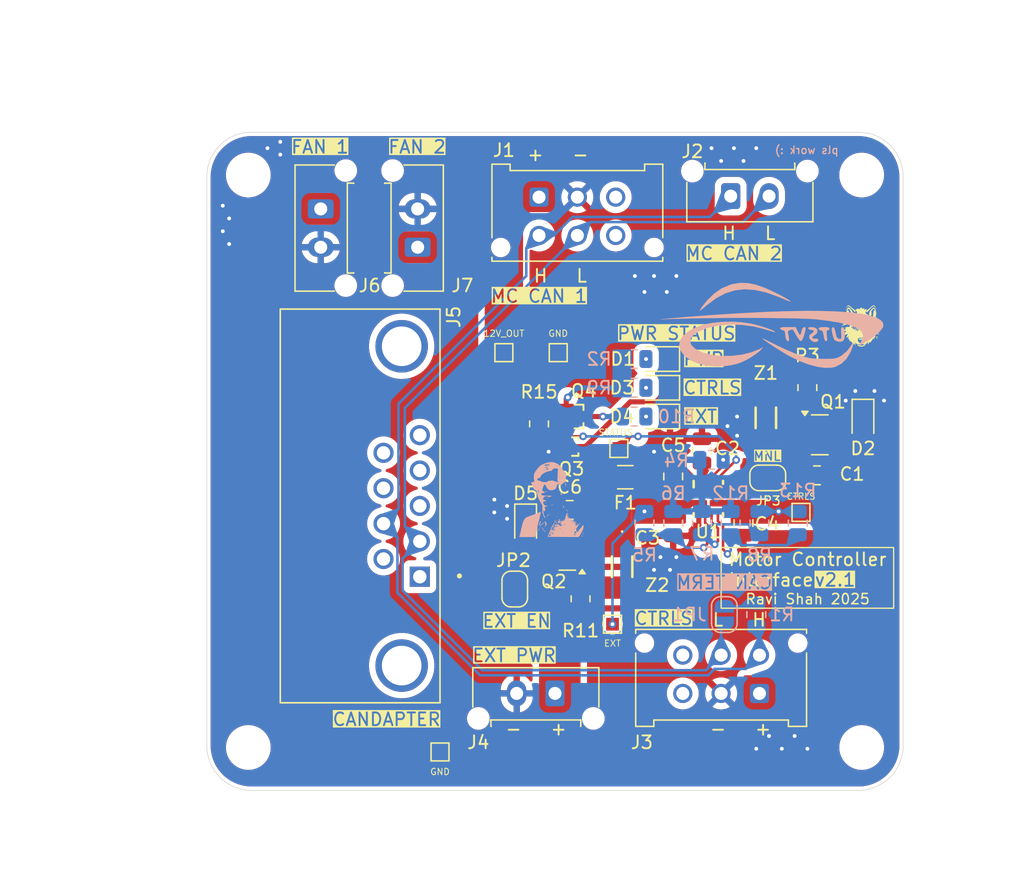
<source format=kicad_pcb>
(kicad_pcb (version 20241229) (generator "pcbnew") (generator_version "9.0")
  (layers (0 "F.Cu" signal) (2 "B.Cu" signal) (13 "F.Paste" user) (15 "B.Paste" user) (5 "F.SilkS" user "F.Silkscreen") (7 "B.SilkS" user "B.Silkscreen") (1 "F.Mask" user) (3 "B.Mask" user) (25 "Edge.Cuts" user))
  (net 0 "")
  (net 1 "+12V")
  (net 3 "/CAN_L")
  (net 5 "/CAN_H")
  (net 6 "GND")
  (net 7 "Net-(D1-A)")
  (net 8 "Net-(JP1-A)")
  (net 9 "/PowerDist/CSS")
  (net 10 "Net-(Q1-G)")
  (net 11 "/+12V_EXT")
  (net 12 "/+12V_CTRLS")
  (net 13 "/PowerDist/+12V_EXT_PROT")
  (net 14 "/+12V_STATUS")
  (net 15 "Net-(D3-A)")
  (net 16 "Net-(D4-A)")
  (net 19 "/PowerDist/ILM")
  (net 20 "/PowerDist/OV2")
  (net 21 "/PowerDist/OV1")
  (net 22 "/PowerDist/+12V_EXT_EN")
  (net 29 "unconnected-(J5-Pad3)")
  (net 32 "/PowerDist/+12V_CTRLS_PROT")
  (net 33 "/PowerDist/F1-IN")
  (net 34 "Net-(D3-K)")
  (net 35 "Net-(Q2-G)")
  (net 36 "Net-(Q4-S)")
  (net 37 "/PowerDist/PR1")
  (footprint "Zener:BZT52B12QX" (layer "F.Cu") (at 109.5 61.6 90)
    (property "Reference" "Z1")
    (property "Value" "BZT52-B12-QX" (hide yes))
  )
  (footprint "Connector_Molex:Molex_Micro-Fit_3.0_43650-0215_1x02_P3.00mm_Vertical" (layer "F.Cu") (at 82.25 48.25 90)
    (property "Reference" "J7")
    (property "Value" "FAN 2")
  )
  (footprint "Connector_Molex:Molex_Micro-Fit_3.0_43650-0215_1x02_P3.00mm_Vertical" (layer "F.Cu") (at 74.665 45.25 -90)
    (property "Reference" "J6")
    (property "Value" "FAN 1")
  )
  (footprint "Capacitor_SMD:C_0805_2012Metric" (layer "F.Cu") (at 94.15 68.8125 180)
    (property "Reference" "C6")
    (property "Value" "10u")
  )
  (footprint "Resistor_SMD:R_0805_2012Metric" (layer "F.Cu") (at 91.75 62.0748 -90)
    (property "Reference" "R15")
    (property "Value" "15k")
  )
  (footprint "Capacitor_SMD:C_0805_2012Metric" (layer "F.Cu") (at 107.75 69.8375 -90)
    (property "Reference" "C4")
    (property "Value" "0.1u")
  )
  (footprint "Fuse:Fuse_1206_3216Metric" (layer "F.Cu") (at 98.5 66.25 180)
    (property "Reference" "F1")
    (property "Value" "2A")
  )
  (footprint "RE1C001ZPTL:TRANS_RE1C001_ROM" (layer "F.Cu") (at 94.700799 61.5 -90)
    (property "Reference" "Q4")
    (property "Value" "RE1C001ZPTL")
  )
  (footprint "LED_SMD:LED_0805_2012Metric" (layer "F.Cu") (at 101.0625 57 180)
    (property "Reference" "D1")
    (property "Value" "PWR")
  )
  (footprint "TestPoint:TestPoint_Pad_1.0x1.0mm" (layer "F.Cu") (at 112.25 69)
    (property "Reference" "TP2")
    (property "Value" "CTRLS")
  )
  (footprint "TestPoint:TestPoint_Pad_1.0x1.0mm" (layer "F.Cu") (at 89 56.5)
    (property "Reference" "TP4")
    (property "Value" "12V_OUT")
  )
  (footprint "TestPoint:TestPoint_Pad_1.0x1.0mm" (layer "F.Cu") (at 84 87.75)
    (property "Reference" "TP6")
    (property "Value" "GND")
  )
  (footprint "MountingHole:MountingHole_3mm" (layer "F.Cu") (at 117 42.6)
    (property "Reference" "H4")
    (property "Value" "MountingHole")
  )
  (footprint "Package_TO_SOT_SMD:SOT-23" (layer "F.Cu") (at 113.72 62.93)
    (property "Reference" "Q1")
    (property "Value" "PMV35EPER")
  )
  (footprint "LOGO" (layer "F.Cu") (at 68.75 68.75 -90)
    (property "Reference" "G***" (hide yes))
    (property "Value" "LOGO" (hide yes))
  )
  (footprint "TestPoint:TestPoint_Pad_1.0x1.0mm" (layer "F.Cu") (at 98 64)
    (property "Reference" "TP5")
    (property "Value" "STATUS")
  )
  (footprint "RUM001L02T2CL:TRANS_RUM001_ROM" (layer "F.Cu") (at 94.2961 63.84995 -90)
    (property "Reference" "Q3")
    (property "Value" "RUM001L02T2CL")
  )
  (footprint "Jumper:SolderJumper-2_P1.3mm_Open_RoundedPad1.0x1.5mm" (layer "F.Cu") (at 109.65 66.3 180)
    (property "Reference" "JP3")
    (property "Value" "MNL")
  )
  (footprint "Diode_SMD:D_SOD-323" (layer "F.Cu") (at 117.1 61.7625 -90)
    (property "Reference" "D2")
    (property "Value" "SD12_SOD323")
  )
  (footprint "TestPoint:TestPoint_Pad_1.0x1.0mm" (layer "F.Cu") (at 93.25 56.5)
    (property "Reference" "TP3")
    (property "Value" "GND")
  )
  (footprint "Connector_Molex:Molex_Micro-Fit_3.0_43045-0612_2x03_P3.00mm_Vertical" (layer "F.Cu") (at 109 83.17 180)
    (property "Reference" "J3")
    (property "Value" "CTRLS")
  )
  (footprint "Capacitor_SMD:C_0805_2012Metric" (layer "F.Cu") (at 104.5 64.1875 90)
    (property "Reference" "C2")
    (property "Value" "0.1u")
  )
  (footprint "Zener:BZT52B12QX" (layer "F.Cu") (at 98.25 73.25 -90)
    (property "Reference" "Z2")
    (property "Value" "BZT52-B12-QX" (hide yes))
  )
  (footprint "Diode_SMD:D_SOD-323" (layer "F.Cu") (at 90.7 69.9625 -90)
    (property "Reference" "D5")
    (property "Value" "SD12_SOD323")
  )
  (footprint "Connector_Molex:Molex_Micro-Fit_3.0_43650-0215_1x02_P3.00mm_Vertical" (layer "F.Cu") (at 106.75 44.25)
    (property "Reference" "J2")
    (property "Value" "MC CAN 2")
  )
  (footprint "MountingHole:MountingHole_3mm" (layer "F.Cu") (at 117 87.4)
    (property "Reference" "H3")
    (property "Value" "MountingHole")
  )
  (footprint "MountingHole:MountingHole_3mm" (layer "F.Cu") (at 69 87.4)
    (property "Reference" "H2")
    (property "Value" "MountingHole")
  )
  (footprint "LOGO" (layer "F.Cu") (at 117 54.5)
    (property "Reference" "G***")
    (property "Value" "LOGO" (hide yes))
  )
  (footprint "LED_SMD:LED_0805_2012Metric" (layer "F.Cu") (at 101.0625 61.5 180)
    (property "Reference" "D4")
    (property "Value" "EXT")
  )
  (footprint "Capacitor_SMD:C_0805_2012Metric" (layer "F.Cu") (at 102.25 66.1875 90)
    (property "Reference" "C5")
    (property "Value" "1u")
  )
  (footprint "Connector_Molex:Molex_Micro-Fit_3.0_43045-0612_2x03_P3.00mm_Vertical" (layer "F.Cu") (at 91.75 44.33)
    (property "Reference" "J1")
    (property "Value" "MC CAN 1")
  )
  (footprint "TPS2121:RUX0012A" (layer "F.Cu") (at 105 67.8875)
    (property "Reference" "U1")
    (property "Value" "TPS2121RUXR")
  )
  (footprint "MountingHole:MountingHole_3mm" (layer "F.Cu") (at 69 42.6)
    (property "Reference" "H1")
    (property "Value" "MountingHole")
  )
  (footprint "TestPoint:TestPoint_Pad_1.0x1.0mm" (layer "F.Cu") (at 97.5 77.75)
    (property "Reference" "TP1")
    (property "Value" "EXT")
  )
  (footprint "Package_TO_SOT_SMD:SOT-23" (layer "F.Cu") (at 93.9625 71.9625 180)
    (property "Reference" "Q2")
    (property "Value" "PMV35EPER")
  )
  (footprint "Connector_Molex:Molex_Micro-Fit_3.0_43650-0215_1x02_P3.00mm_Vertical" (layer "F.Cu") (at 93 83.165 180)
    (property "Reference" "J4")
    (property "Value" "EXT PWR")
  )
  (footprint "Resistor_SMD:R_0805_2012Metric" (layer "F.Cu") (at 112.75 59.235 -90)
    (property "Reference" "R3")
    (property "Value" "100k")
  )
  (footprint "Capacitor_SMD:C_0805_2012Metric" (layer "F.Cu") (at 102.25 69.8875 -90)
    (property "Reference" "C3")
    (property "Value" "0.1u")
  )
  (footprint "Resistor_SMD:R_0805_2012Metric" (layer "F.Cu") (at 95 75.7625 90)
    (property "Reference" "R11")
    (property "Value" "100k")
  )
  (footprint "Jumper:SolderJumper-2_P1.3mm_Open_RoundedPad1.0x1.5mm" (layer "F.Cu") (at 89.85 75 90)
    (property "Reference" "JP2")
    (property "Value" "EXT EN")
  )
  (footprint "DB-9 Connector:AMPHENOL_L77SDE09SA4CH3R" (layer "F.Cu") (at 81 68.495 -90)
    (property "Reference" "J5")
    (property "Value" "CANDAPTER")
  )
  (footprint "LED_SMD:LED_0805_2012Metric" (layer "F.Cu") (at 101.0625 59.25 180)
    (property "Reference" "D3")
    (property "Value" "CTRLS")
  )
  (footprint "Capacitor_SMD:C_0805_2012Metric" (layer "F.Cu") (at 113.5 66.1)
    (property "Reference" "C1")
    (property "Value" "10u")
  )
  (footprint "Resistor_SMD:R_0805_2012Metric" (layer "B.Cu") (at 99.2 59.25)
    (property "Reference" "R9")
    (property "Value" "22.1k")
  )
  (footprint "Jumper:SolderJumper-2_P1.3mm_Open_RoundedPad1.0x1.5mm" (layer "B.Cu") (at 106.25 77 -90)
    (property "Reference" "JP1")
    (property "Value" "CAN TERM")
  )
  (footprint "Resistor_SMD:R_0805_2012Metric" (layer "B.Cu") (at 105.25 64.8875 180)
    (property "Reference" "R4")
    (property "Value" "44.2k (TBD)")
  )
  (footprint "UTSVT_Special:UTSVT_Logo_Symbol" (layer "B.Cu") (at 110.25 54.5 180)
    (property "Reference" "LOGO1" (hide yes))
    (property "Value" "UTSVT Logo" (hide yes))
  )
  (footprint "Resistor_SMD:R_0805_2012Metric" (layer "B.Cu") (at 109 69.8375 -90)
    (property "Reference" "R8")
    (property "Value" "62k")
  )
  (footprint "Resistor_SMD:R_0805_2012Metric" (layer "B.Cu") (at 102.25 69.8375 90)
    (property "Reference" "R6")
    (property "Value" "5k")
  )
  (footprint "Resistor_SMD:R_0805_2012Metric" (layer "B.Cu") (at 108.75 77 -90)
    (property "Reference" "R1")
    (property "Value" "120")
  )
  (footprint "LOGO" (layer "B.Cu") (at 92.75 68 180)
    (property "Reference" "G***")
    (property "Value" "LOGO" (hide yes))
  )
  (footprint "Resistor_SMD:R_0805_2012Metric" (layer "B.Cu") (at 99.2 61.5)
    (property "Reference" "R10")
    (property "Value" "22.1k")
  )
  (footprint "Resistor_SMD:R_0805_2012Metric" (layer "B.Cu") (at 99.2 57)
    (property "Reference" "R2")
    (property "Value" "22.1k")
  )
  (footprint "Resistor_SMD:R_0805_2012Metric" (layer "B.Cu") (at 106.75 69.8375 90)
    (property "Reference" "R12")
    (property "Value" "5k")
  )
  (footprint "Resistor_SMD:R_0805_2012Metric" (layer "B.Cu") (at 112 69.8375 -90)
    (property "Reference" "R13")
    (property "Value" "51k")
  )
  (footprint "Resistor_SMD:R_0805_2012Metric" (layer "B.Cu") (at 100 69.8375 -90)
    (property "Reference" "R5")
    (property "Value" "62k")
  )
  (footprint "Resistor_SMD:R_0805_2012Metric" (layer "B.Cu") (at 104.5 69.8375 90)
    (property "Reference" "R7")
    (property "Value" "5k")
  )
  (gr_rect (start 106 71.75) (end 119.5 76.5) (stroke (width 0.1)) (fill no) (layer "F.SilkS"))
  (gr_line (start 120.25 42.75) (end 120.25 87.25) (stroke (width 0.05)) (layer "Edge.Cuts"))
  (gr_line (start 69.25 39.25) (end 116.75 39.25) (stroke (width 0.05)) (layer "Edge.Cuts"))
  (gr_line (start 116.75 90.75) (end 69.25 90.75) (stroke (width 0.05)) (layer "Edge.Cuts"))
  (gr_arc (start 69.25 90.75) (mid 66.775126 89.724874) (end 65.75 87.25) (stroke (width 0.05)) (layer "Edge.Cuts"))
  (gr_arc (start 116.75 39.25) (mid 119.224874 40.275126) (end 120.25 42.75) (stroke (width 0.05)) (layer "Edge.Cuts"))
  (gr_arc (start 65.75 42.75) (mid 66.775126 40.275126) (end 69.25 39.25) (stroke (width 0.05)) (layer "Edge.Cuts"))
  (gr_arc (start 120.25 87.25) (mid 119.224874 89.724874) (end 116.75 90.75) (stroke (width 0.05)) (layer "Edge.Cuts"))
  (gr_line (start 65.75 87.25) (end 65.75 42.75) (stroke (width 0.05)) (layer "Edge.Cuts"))
  (gr_text "+   -" (at 90.75 41.58 0) (layer "F.SilkS") (effects (font (size 1 1)) (justify left bottom)))
  (gr_text "H   L" (at 106 47.75 0) (layer "F.SilkS") (effects (font (size 1 1)) (justify left bottom)))
  (gr_text "Ravi Shah 2025" (at 107.834524 76.25 0) (layer "F.SilkS") (effects (font (size 0.8 0.8) (thickness 0.12)) (justify left bottom)))
  (gr_text "L   H" (at 105.25 78 0) (layer "F.SilkS") (effects (font (size 1 1)) (justify left bottom)))
  (gr_text "Motor Controller\nInterface" (at 106.5 74.875 0) (layer "F.SilkS") (effects (font (size 1 1)) (justify left bottom)))
  (gr_text "+   -" (at 110 85.5 180) (layer "F.SilkS") (effects (font (size 1 1)) (justify left bottom)))
  (gr_text "v2.1" (at 113.25 74.875 0) (layer "F.SilkS" knockout) (effects (font (size 1 1)) (justify left bottom)))
  (gr_text "+   -" (at 94 85.5 180) (layer "F.SilkS") (effects (font (size 1 1)) (justify left bottom)))
  (gr_text "PWR STATUS" (at 102.5 55 0) (layer "F.SilkS" knockout) (effects (font (size 1 1))))
  (gr_text "H   L" (at 91.25 51.08 0) (layer "F.SilkS") (effects (font (size 1 1)) (justify left bottom)))
  (gr_text "pls work :)" (at 115.25 41 0) (layer "B.SilkS") (effects (font (size 0.6 0.6) (thickness 0.1) (bold yes)) (justify left bottom mirror)))
  (segment (start 93.876998 61.000001) (end 93.876998 60.123002) (width 0.4) (layer "F.Cu") (net 1))
  (segment (start 93.876998 60.123002) (end 94 60) (width 0.4) (layer "F.Cu") (net 1))
  (via (at 94 60) (size 0.6) (drill 0.3) (layers "F.Cu" "B.Cu") (net 1))
  (segment (start 94 60) (end 94.75 59.25) (width 0.4) (layer "B.Cu") (net 1))
  (segment (start 94.75 59.25) (end 98.2875 59.25) (width 0.4) (layer "B.Cu") (net 1))
  (segment (start 81.25 70.095) (end 81.25 60.83) (width 0.2) (layer "B.Cu") (net 3))
  (segment (start 87.307728 81.35) (end 81.0695 75.111772) (width 0.2) (layer "B.Cu") (net 3))
  (segment (start 81.0695 72.6155) (end 82.42 71.265) (width 0.2) (layer "B.Cu") (net 3))
  (segment (start 81.25 60.83) (end 94.75 47.33) (width 0.2) (layer "B.Cu") (net 3))
  (segment (start 82.42 71.265) (end 81.25 70.095) (width 0.2) (layer "B.Cu") (net 3))
  (segment (start 94.75 47.5) (end 94.75 47.33) (width 0.2) (layer "B.Cu") (net 3))
  (segment (start 106 77.9) (end 106.25 77.65) (width 0.2) (layer "B.Cu") (net 3))
  (segment (start 81.0695 75.111772) (end 81.0695 72.6155) (width 0.2) (layer "B.Cu") (net 3))
  (segment (start 94.75 47.33) (end 95.8 46.28) (width 0.2) (layer "B.Cu") (net 3))
  (segment (start 106 80.17) (end 106 77.9) (width 0.2) (layer "B.Cu") (net 3))
  (segment (start 106 80.17) (end 104.82 81.35) (width 0.2) (layer "B.Cu") (net 3))
  (segment (start 107.72 46.28) (end 109.75 44.25) (width 0.2) (layer "B.Cu") (net 3))
  (segment (start 95.8 46.28) (end 107.72 46.28) (width 0.2) (layer "B.Cu") (net 3))
  (segment (start 104.82 81.35) (end 87.307728 81.35) (width 0.2) (layer "B.Cu") (net 3))
  (segment (start 87.141628 81.751) (end 80.6685 75.277872) (width 0.2) (layer "B.Cu") (net 5))
  (segment (start 109 80.17) (end 107.92 81.25) (width 0.2) (layer "B.Cu") (net 5))
  (segment (start 80.75 60.5) (end 90.75 50.5) (width 0.2) (layer "B.Cu") (net 5))
  (segment (start 91.75 47.33) (end 92.92 47.33) (width 0.2) (layer "B.Cu") (net 5))
  (segment (start 94.37 45.88) (end 105.12 45.88) (width 0.2) (layer "B.Cu") (net 5))
  (segment (start 105.12 45.88) (end 106.75 44.25) (width 0.2) (layer "B.Cu") (net 5))
  (segment (start 80.6685 75.277872) (end 80.6685 70.9685) (width 0.2) (layer "B.Cu") (net 5))
  (segment (start 80.75 68.71) (end 80.75 60.5) (width 0.2) (layer "B.Cu") (net 5))
  (segment (start 109 78.1625) (end 109 80.17) (width 0.2) (layer "B.Cu") (net 5))
  (segment (start 92.92 47.33) (end 94.37 45.88) (width 0.2) (layer "B.Cu") (net 5))
  (segment (start 108.75 77.9125) (end 109 78.1625) (width 0.2) (layer "B.Cu") (net 5))
  (segment (start 90.75 50.5) (end 90.75 48.33) (width 0.2) (layer "B.Cu") (net 5))
  (segment (start 105.4871 81.25) (end 104.9861 81.751) (width 0.2) (layer "B.Cu") (net 5))
  (segment (start 80.6685 70.9685) (end 79.58 69.88) (width 0.2) (layer "B.Cu") (net 5))
  (segment (start 107.92 81.25) (end 105.4871 81.25) (width 0.2) (layer "B.Cu") (net 5))
  (segment (start 104.9861 81.751) (end 87.141628 81.751) (width 0.2) (layer "B.Cu") (net 5))
  (segment (start 90.75 48.33) (end 91.75 47.33) (width 0.2) (layer "B.Cu") (net 5))
  (segment (start 79.58 69.88) (end 80.75 68.71) (width 0.2) (layer "B.Cu") (net 5))
  (segment (start 103.25 65.737503) (end 103.237503 65.737503) (width 0.4) (layer "F.Cu") (net 6))
  (segment (start 104.249999 69.0375) (end 104.249999 70.000001) (width 0.4) (layer "F.Cu") (net 6))
  (segment (start 103.237503 65.737503) (end 102.7375 65.2375) (width 0.4) (layer "F.Cu") (net 6))
  (segment (start 104.249999 66.737502) (end 103.25 65.737503) (width 0.4) (layer "F.Cu") (net 6))
  (segment (start 104.249999 70.000001) (end 103.4125 70.8375) (width 0.4) (layer "F.Cu") (net 6))
  (segment (start 102.7375 65.2375) (end 102.25 65.2375) (width 0.4) (layer "F.Cu") (net 6))
  (segment (start 103.4125 70.8375) (end 102.25 70.8375) (width 0.4) (layer "F.Cu") (net 6))
  (segment (start 93.75 64.25) (end 92.5 64.25) (width 0.4) (layer "F.Cu") (net 6))
  (via (at 110.75 87.5) (size 0.6) (drill 0.3) (layers "F.Cu" "B.Cu") (net 6))
  (via (at 101.25 72.5) (size 0.6) (drill 0.3) (layers "F.Cu" "B.Cu") (net 6))
  (via (at 67 45) (size 0.6) (drill 0.3) (layers "F.Cu" "B.Cu") (net 6))
  (via (at 107.25 63) (size 0.6) (drill 0.3) (layers "F.Cu" "B.Cu") (net 6))
  (via (at 115.75 60.25) (size 0.6) (drill 0.3) (layers "F.Cu" "B.Cu") (net 6))
  (via (at 92.5 64.25) (size 0.6) (drill 0.3) (layers "F.Cu" "B.Cu") (net 6))
  (via (at 107 40.5) (size 0.6) (drill 0.3) (layers "F.Cu" "B.Cu") (net 6))
  (via (at 67.5 48) (size 0.6) (drill 0.3) (layers "F.Cu" "B.Cu") (net 6))
  (via (at 88.25 69) (size 0.6) (drill 0.3) (layers "F.Cu" "B.Cu") (net 6))
  (via (at 108.75 87.5) (size 0.6) (drill 0.3) (layers "F.Cu" "B.Cu") (net 6))
  (via (at 67.5 46) (size 0.6) (drill 0.3) (layers "F.Cu" "B.Cu") (net 6))
  (via (at 102.5 50.5) (size 0.6) (drill 0.3) (layers "F.Cu" "B.Cu") (net 6))
  (via (at 100.75 64.25) (size 0.6) (drill 0.3) (layers "F.Cu" "B.Cu") (net 6))
  (via (at 116.5 59.5) (size 0.6) (drill 0.3) (layers "F.Cu" "B.Cu") (net 6))
  (via (at 118 59.5) (size 0.6) (drill 0.3) (layers "F.Cu" "B.Cu") (net 6))
  (via (at 67 47) (size 0.6) (drill 0.3) (layers "F.Cu" "B.Cu") (net 6))
  (via (at 71.5 40) (size 0.6) (drill 0.3) (layers "F.Cu" "B.Cu") (net 6))
  (via (at 89.25 69.5) (size 0.6) (drill 0.3) (layers "F.Cu" "B.Cu") (net 6))
  (via (at 89.25 68.5) (size 0.6) (drill 0.3) (layers "F.Cu" "B.Cu") (net 6))
  (via (at 102 73.5) (size 0.6) (drill 0.3) (layers "F.Cu" "B.Cu") (net 6))
  (via (at 100.75 50.5) (size 0.6) (drill 0.3) (layers "F.Cu" "B.Cu") (net 6))
  (via (at 106.5 62.25) (size 0.6) (drill 0.3) (layers "F.Cu" "B.Cu") (net 6))
  (via (at 108.75 40.5) (size 0.6) (drill 0.3) (layers "F.Cu" "B.Cu") (net 6))
  (via (at 107.25 61.5) (size 0.6) (drill 0.3) (layers "F.Cu" "B.Cu") (net 6))
  (via (at 100.75 73.5) (size 0.6) (drill 0.3) (layers "F.Cu" "B.Cu") (net 6))
  (via (at 88.25 68) (size 0.6) (drill 0.3) (layers "F.Cu" "B.Cu") (net 6))
  (via (at 100 51.75) (size 0.6) (drill 0.3) (layers "F.Cu" "B.Cu") (net 6))
  (via (at 107.75 41.5) (size 0.6) (drill 0.3) (layers "F.Cu" "B.Cu") (net 6))
  (via (at 106 41.5) (size 0.6) (drill 0.3) (layers "F.Cu" "B.Cu") (net 6))
  (via (at 118.75 60.25) (size 0.6) (drill 0.3) (layers "F.Cu" "B.Cu") (net 6))
  (via (at 112.75 87.5) (size 0.6) (drill 0.3) (layers "F.Cu" "B.Cu") (net 6))
  (via (at 99.25 50.5) (size 0.6) (drill 0.3) (layers "F.Cu" "B.Cu") (net 6))
  (via (at 70.5 40.5) (size 0.6) (drill 0.3) (layers "F.Cu" "B.Cu") (net 6))
  (via (at 71.5 41) (size 0.6) (drill 0.3) (layers "F.Cu" "B.Cu") (net 6))
  (via (at 105.25 40.5) (size 0.6) (drill 0.3) (layers "F.Cu" "B.Cu") (net 6))
  (via (at 102.5 72.5) (size 0.6) (drill 0.3) (layers "F.Cu" "B.Cu") (net 6))
  (via (at 109.75 86.5) (size 0.6) (drill 0.3) (layers "F.Cu" "B.Cu") (net 6))
  (via (at 111.75 86.5) (size 0.6) (drill 0.3) (layers "F.Cu" "B.Cu") (net 6))
  (via (at 101.75 51.75) (size 0.6) (drill 0.3) (layers "F.Cu" "B.Cu") (net 6))
  (via (at 100.125 57) (size 0.6) (drill 0.3) (layers "F.Cu" "B.Cu") (net 7))
  (segment (start 106.25 76.35) (end 108.4875 76.35) (width 0.2) (layer "B.Cu") (net 8))
  (segment (start 108.4875 76.35) (end 108.75 76.0875) (width 0.2) (layer "B.Cu") (net 8))
  (segment (start 104.75 65.3875) (end 104.5 65.1375) (width 0.2) (layer "F.Cu") (net 9))
  (segment (start 104.75 66.737502) (end 104.75 65.3875) (width 0.2) (layer "F.Cu") (net 9))
  (via (at 100 68.925) (size 0.6) (drill 0.3) (layers "F.Cu" "B.Cu") (net 13))
  (via (at 97.5 77.75) (size 0.6) (drill 0.3) (layers "F.Cu" "B.Cu") (net 13))
  (segment (start 97.5 71.425) (end 100 68.925) (width 0.2) (layer "B.Cu") (net 13))
  (segment (start 97.5 77.75) (end 97.5 71.425) (width 0.2) (layer "B.Cu") (net 13))
  (segment (start 94.149427 63.050473) (end 93.75 63.4499) (width 0.2) (layer "F.Cu") (net 14))
  (segment (start 95.199526 63.050473) (end 94.149427 63.050473) (width 0.2) (layer "F.Cu") (net 14))
  (segment (start 105.750001 66.327335) (end 107.175 64.902336) (width 0.2) (layer "F.Cu") (net 14))
  (segment (start 98 64) (end 98.949527 63.050473) (width 0.2) (layer "F.Cu") (net 14))
  (segment (start 105.750001 66.737502) (end 105.750001 66.327335) (width 0.2) (layer "F.Cu") (net 14))
  (segment (start 98.949527 63.050473) (end 99.5 63.050473) (width 0.2) (layer "F.Cu") (net 14))
  (via (at 107.175 64.902336) (size 0.6) (drill 0.3) (layers "F.Cu" "B.Cu") (net 14))
  (via (at 99.5 63.050473) (size 0.6) (drill 0.3) (layers "F.Cu" "B.Cu") (net 14))
  (via (at 95.199526 63.050473) (size 0.6) (drill 0.3) (layers "F.Cu" "B.Cu") (net 14))
  (segment (start 105.822717 63.050473) (end 107.175 64.402756) (width 0.2) (layer "B.Cu") (net 14))
  (segment (start 105.822717 63.050473) (end 99.5 63.050473) (width 0.2) (layer "B.Cu") (net 14))
  (segment (start 107.175 64.902336) (end 107.175 64.402756) (width 0.2) (layer "B.Cu") (net 14))
  (segment (start 99.5 63.050473) (end 95.199526 63.050473) (width 0.2) (layer "B.Cu") (net 14))
  (via (at 100.125 59.25) (size 0.6) (drill 0.3) (layers "F.Cu" "B.Cu") (net 15))
  (via (at 100.125 61.5) (size 0.6) (drill 0.3) (layers "F.Cu" "B.Cu") (net 16))
  (segment (start 106.1625 65.3375) (end 106.1625 64.8875) (width 0.2) (layer "F.Cu") (net 19))
  (segment (start 105.25 66.737502) (end 105.25 66.25) (width 0.2) (layer "F.Cu") (net 19))
  (segment (start 105.25 66.25) (end 106.1625 65.3375) (width 0.2) (layer "F.Cu") (net 19))
  (via (at 106.1625 64.8875) (size 0.6) (drill 0.3) (layers "F.Cu" "B.Cu") (net 19))
  (segment (start 104.62998 71.7625) (end 104.9 71.49248) (width 0.2) (layer "F.Cu") (net 20))
  (segment (start 104.9 69.965686) (end 104.75 69.815686) (width 0.2) (layer "F.Cu") (net 20))
  (segment (start 104.75 69.815686) (end 104.75 69.0375) (width 0.2) (layer "F.Cu") (net 20))
  (segment (start 104.9 71.49248) (end 104.9 69.965686) (width 0.2) (layer "F.Cu") (net 20))
  (via (at 104.62998 71.7625) (size 0.6) (drill 0.3) (layers "F.Cu" "B.Cu") (net 20))
  (segment (start 100 70.75) (end 102.25 70.75) (width 0.2) (layer "B.Cu") (net 20))
  (segment (start 104.62998 71.7625) (end 103.2625 71.7625) (width 0.2) (layer "B.Cu") (net 20))
  (segment (start 103.2625 71.7625) (end 102.25 70.75) (width 0.2) (layer "B.Cu") (net 20))
  (segment (start 105.75 70.25) (end 105.25 69.75) (width 0.2) (layer "F.Cu") (net 21))
  (segment (start 105.5 71.5) (end 105.75 71.25) (width 0.2) (layer "F.Cu") (net 21))
  (segment (start 105.25 69.75) (end 105.25 69.0375) (width 0.2) (layer "F.Cu") (net 21))
  (segment (start 105.75 71.25) (end 105.75 70.25) (width 0.2) (layer "F.Cu") (net 21))
  (via (at 105.5 71.5) (size 0.6) (drill 0.3) (layers "F.Cu" "B.Cu") (net 21))
  (segment (start 105.25 71.5) (end 104.5 70.75) (width 0.2) (layer "B.Cu") (net 21))
  (segment (start 108.1875 69.9375) (end 109 70.75) (width 0.2) (layer "B.Cu") (net 21))
  (segment (start 105.5 71.5) (end 105.25 71.5) (width 0.2) (layer "B.Cu") (net 21))
  (segment (start 105.3125 69.9375) (end 108.1875 69.9375) (width 0.2) (layer "B.Cu") (net 21))
  (segment (start 104.5 70.75) (end 105.3125 69.9375) (width 0.2) (layer "B.Cu") (net 21))
  (segment (start 82.495 68.495) (end 82.42 68.495) (width 0.2) (layer "B.Cu") (net 29))
  (via (at 110.5 68.925) (size 0.6) (drill 0.3) (layers "F.Cu" "B.Cu") (net 32))
  (segment (start 109 68.925) (end 112 68.925) (width 0.2) (layer "B.Cu") (net 32))
  (segment (start 100.9 60.35) (end 98.88995 60.35) (width 0.4) (layer "F.Cu") (net 34))
  (segment (start 98.88995 60.35) (end 95.39 63.84995) (width 0.4) (layer "F.Cu") (net 34))
  (segment (start 95.39 63.84995) (end 94.8422 63.84995) (width 0.4) (layer "F.Cu") (net 34))
  (segment (start 102 59.25) (end 100.9 60.35) (width 0.4) (layer "F.Cu") (net 34))
  (segment (start 95.524599 61.5) (end 96.75 61.5) (width 0.4) (layer "F.Cu") (net 36))
  (via (at 96.75 61.5) (size 0.6) (drill 0.3) (layers "F.Cu" "B.Cu") (net 36))
  (segment (start 96.75 61.5) (end 98.2875 61.5) (width 0.4) (layer "B.Cu") (net 36))
  (segment (start 105.750001 69.684315) (end 105.750001 69.0375) (width 0.2) (layer "F.Cu") (net 37))
  (segment (start 106.15 70.084314) (end 105.750001 69.684315) (width 0.2) (layer "F.Cu") (net 37))
  (segment (start 106.5 72.25) (end 106.15 71.9) (width 0.2) (layer "F.Cu") (net 37))
  (segment (start 106.15 71.9) (end 106.15 70.084314) (width 0.2) (layer "F.Cu") (net 37))
  (via (at 106.5 72.25) (size 0.6) (drill 0.3) (layers "F.Cu" "B.Cu") (net 37))
  (segment (start 106.5 72.25) (end 106.75 72) (width 0.2) (layer "B.Cu") (net 37))
  (segment (start 107.5625 71.5625) (end 111.1875 71.5625) (width 0.2) (layer "B.Cu") (net 37))
  (segment (start 106.75 70.75) (end 107.5625 71.5625) (width 0.2) (layer "B.Cu") (net 37))
  (segment (start 106.75 72) (end 106.75 70.75) (width 0.2) (layer "B.Cu") (net 37))
  (segment (start 111.1875 71.5625) (end 112 70.75) (width 0.2) (layer "B.Cu") (net 37))
  (zone (net 1) (net_name "+12V") (layer "F.Cu") (priority 2) (connect_pads yes (clearance 0.2)) (min_thickness 0.25) (fill yes (thermal_gap 0.5) (thermal_bridge_width 0.5))
    (polygon (pts (xy 98 67.25) (xy 96.25 67.25) (xy 94.25 67.25) (xy 93.75 66.75) (xy 87.5 66.75) (xy 87.5 43) (xy 93 43) (xy 93 45.5) (xy 91 45.5) (xy 90.5 46.25) (xy 90.5 57.75) (xy 90.5 60.25) (xy 90.75 60.5) (xy 90.75 62) (xy 90.5 62.25) (xy 90.5 64.25) (xy 91 64.75) (xy 98 64.75) (xy 98 65.25)))
  )
  (zone (net 10) (net_name "Net-(Q1-G)") (layer "F.Cu") (priority 4) (connect_pads yes (clearance 0.3)) (min_thickness 0.25) (fill yes (thermal_gap 0.5) (thermal_bridge_width 0.5))
    (polygon (pts (xy 108.6 59.3) (xy 113.6 59.3) (xy 113.6 62.55) (xy 111.85 62.55) (xy 111.85 61.3) (xy 111.35 60.8) (xy 108.6 60.8)))
  )
  (zone (net 32) (net_name "/PowerDist/+12V_CTRLS_PROT") (layer "F.Cu") (priority 7) (connect_pads yes (clearance 0.2)) (min_thickness 0.25) (fill yes (thermal_gap 0.5) (thermal_bridge_width 0.5) (island_removal_mode 1) (island_area_min 10))
    (polygon (pts (xy 105.1 68.0125) (xy 113.6 68.0125) (xy 113.6 69.8875) (xy 106.75 69.8875) (xy 106.75 69.1375) (xy 106.25 68.5375) (xy 105.1 68.5375)))
  )
  (zone (net 1) (net_name "+12V") (layer "F.Cu") (priority 8) (connect_pads yes (clearance 0.2)) (min_thickness 0.25) (fill yes (thermal_gap 0.5) (thermal_bridge_width 0.5))
    (polygon (pts (xy 89.75 62) (xy 92.5 62) (xy 93 61.5) (xy 94.5 61.5) (xy 94.5 60.5) (xy 89.75 60.5)))
  )
  (zone (net 13) (net_name "/PowerDist/+12V_EXT_PROT") (layer "F.Cu") (priority 7) (connect_pads yes (clearance 0.2)) (min_thickness 0.25) (fill yes (thermal_gap 0.5) (thermal_bridge_width 0.5) (island_removal_mode 1) (island_area_min 10))
    (polygon (pts (xy 104.9 68.0125) (xy 103.5 68.0125) (xy 101.6 68.0125) (xy 101.25 67.7625) (xy 99 67.7625) (xy 99 69.8875) (xy 103.25 69.8875) (xy 103.25 69.0375) (xy 103.75 68.5375) (xy 104.9 68.5375)))
  )
  (zone (net 12) (net_name "/+12V_CTRLS") (layer "F.Cu") (priority 1) (connect_pads yes (clearance 0.2)) (min_thickness 0.25) (fill yes (thermal_gap 0.5) (thermal_bridge_width 0.5) (island_removal_mode 1) (island_area_min 10))
    (polygon (pts (xy 107.75 84.5) (xy 118 84.5) (xy 118 62.25) (xy 116.25 62.25) (xy 116.25 72) (xy 116.25 76.875) (xy 116.25 81) (xy 115.5 81.75) (xy 107.75 81.75)))
  )
  (zone (net 11) (net_name "/+12V_EXT") (layer "F.Cu") (priority 3) (connect_pads yes (clearance 0.5)) (min_thickness 0.25) (fill yes (thermal_gap 0.5) (thermal_bridge_width 0.5))
    (polygon (pts (xy 91.75 80.75) (xy 91.75 85) (xy 95 85) (xy 95 81.25) (xy 95 78.75) (xy 92.5 78.75) (xy 91.75 78) (xy 91.75 75.25) (xy 88 75.25) (xy 88 80) (xy 91 80)))
  )
  (zone (net 22) (net_name "/PowerDist/+12V_EXT_EN") (layer "F.Cu") (priority 10) (connect_pads yes (clearance 0.2)) (min_thickness 0.25) (fill yes (thermal_gap 0.5) (thermal_bridge_width 0.5))
    (polygon (pts (xy 91.75 74.75) (xy 88 74.75) (xy 88 72) (xy 89.5 72) (xy 90 71.5) (xy 90 70.5) (xy 91.75 70.5)))
  )
  (zone (net 33) (net_name "/PowerDist/F1-IN") (layer "F.Cu") (priority 7) (connect_pads yes (clearance 0.2)) (min_thickness 0.25) (fill yes (thermal_gap 0.5) (thermal_bridge_width 0.5) (island_removal_mode 1) (island_area_min 10))
    (polygon (pts (xy 105.9 67.3) (xy 106.2 66.9) (xy 106.25 66.25) (xy 107.2 66.25) (xy 107.5 65.9) (xy 107.5 64.75) (xy 109.5 64.75) (xy 109.5 67.8) (xy 106.25 67.8125)))
  )
  (zone (net 22) (net_name "/PowerDist/+12V_EXT_EN") (layer "F.Cu") (priority 5) (connect_pads yes (clearance 0.2)) (min_thickness 0.25) (fill yes (thermal_gap 0.5) (thermal_bridge_width 0.5) (island_removal_mode 1) (island_area_min 10))
    (polygon (pts (xy 93.9 72.5125) (xy 92.1 72.5125) (xy 90.2 72.5125) (xy 90.2 70.5125) (xy 93.9 70.5125)))
  )
  (zone (net 12) (net_name "/+12V_CTRLS") (layer "F.Cu") (priority 4) (connect_pads yes (clearance 0.2)) (min_thickness 0.25) (fill yes (thermal_gap 0.5) (thermal_bridge_width 0.5) (island_removal_mode 1) (island_area_min 10))
    (polygon (pts (xy 113.85 62.2625) (xy 117.85 62.2625) (xy 117.85 63.5125) (xy 113.85 63.5125)))
  )
  (zone (net 13) (net_name "/PowerDist/+12V_EXT_PROT") (layer "F.Cu") (priority 5) (connect_pads yes (clearance 0.3)) (min_thickness 0.25) (fill yes (thermal_gap 0.5) (thermal_bridge_width 0.5))
    (polygon (pts (xy 99.25 67.7625) (xy 99.25 72.5125) (xy 96.5 72.5125) (xy 96.5 72.2625) (xy 96 71.5125) (xy 94 71.5125) (xy 94 67.7625)))
  )
  (zone (net 33) (net_name "/PowerDist/F1-IN") (layer "F.Cu") (priority 7) (connect_pads yes (clearance 0.2)) (min_thickness 0.25) (fill yes (thermal_gap 0.5) (thermal_bridge_width 0.5) (island_removal_mode 1) (island_area_min 10))
    (polygon (pts (xy 106.25 67.8125) (xy 103.75 67.8125) (xy 101.25 67.8125) (xy 100.75 67.25) (xy 99 67.25) (xy 99 65.25) (xy 100.75 65.25) (xy 100.75 65.75) (xy 101.25 66.38) (xy 103.25 66.3875) (xy 103.25 66.9375) (xy 103.5 67.2375) (xy 106.25 67.2375)))
  )
  (zone (net 32) (net_name "/PowerDist/+12V_CTRLS_PROT") (layer "F.Cu") (priority 4) (connect_pads yes (clearance 0.3)) (min_thickness 0.25) (fill yes (thermal_gap 0.5) (thermal_bridge_width 0.5))
    (polygon (pts (xy 108.6 69.8) (xy 108.6 62.3) (xy 111.1 62.3) (xy 111.1 62.8) (xy 111.6 63.3) (xy 113.6 63.3) (xy 113.6 69.8)))
  )
  (zone (net 1) (net_name "+12V") (layer "F.Cu") (priority 11) (connect_pads yes (clearance 0.2)) (min_thickness 0.25) (fill yes (thermal_gap 0.5) (thermal_bridge_width 0.5))
    (polygon (pts (xy 72.5 44) (xy 72.5 46.5) (xy 77 46.5) (xy 78.5 48) (xy 78.5 49.5) (xy 83.25 49.5) (xy 84.25 50.5) (xy 84.25 51.75) (xy 87 51.75) (xy 87.5 52.25) (xy 87.5 46.5) (xy 87 47) (xy 79.75 47) (xy 79.75 44)))
  )
  (zone (net 6) (net_name "GND") (layer "F.Cu") (connect_pads (clearance 0.5)) (min_thickness 0.25) (fill yes (thermal_gap 0.5) (thermal_bridge_width 0.5))
    (polygon (pts (xy 56.75 33.5) (xy 120.25 33.5) (xy 120.5 96.25) (xy 57 96.25)))
  )
  (zone (net 35) (net_name "Net-(Q2-G)") (layer "F.Cu") (priority 5) (connect_pads yes (clearance 0.3)) (min_thickness 0.25) (fill yes (thermal_gap 0.5) (thermal_bridge_width 0.5))
    (polygon (pts (xy 99.25 75.7625) (xy 94 75.7625) (xy 94 72.5125) (xy 95.75 72.5125) (xy 95.75 73.5) (xy 96.25 74.0125) (xy 99.25 74.0125)))
  )
  (zone (net 14) (net_name "/+12V_STATUS") (layer "F.Cu") (priority 6) (connect_pads yes (clearance 0.2)) (min_thickness 0.25) (fill yes (thermal_gap 0.5) (thermal_bridge_width 0.5))
    (polygon (pts (xy 94.25 63.75) (xy 90.75 63.75) (xy 90.75 62.25) (xy 92.5 62.25) (xy 93 61.75) (xy 94.5 61.75) (xy 94.5 62.75) (xy 94.25 63)))
  )
  (zone (net 6) (net_name "GND") (layer "B.Cu") (connect_pads (clearance 0.5)) (min_thickness 0.25) (fill yes (thermal_gap 0.5) (thermal_bridge_width 0.5))
    (polygon (pts (xy 56.75 33.5) (xy 120.25 33.5) (xy 120.5 96.25) (xy 57 96.25)))
  )
  (zone (net 1) (net_name "+12V") (layer "B.Cu") (priority 9) (connect_pads yes (clearance 0.2)) (min_thickness 0.25) (fill yes (thermal_gap 0.5) (thermal_bridge_width 0.5))
    (polygon (pts (xy 99 56.25) (xy 99 60) (xy 97.5 60) (xy 97.5 56.25)))
  )
)
</source>
